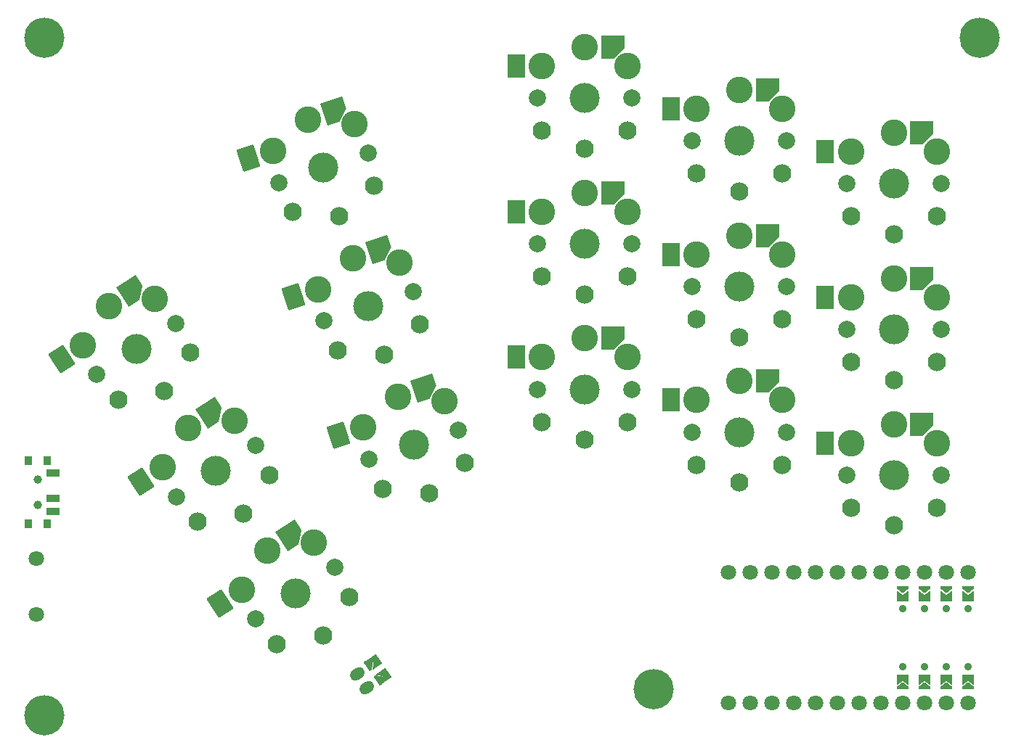
<source format=gbr>
%TF.GenerationSoftware,KiCad,Pcbnew,9.0.6*%
%TF.CreationDate,2025-12-19T17:46:44-08:00*%
%TF.ProjectId,aphelo30,61706865-6c6f-4333-902e-6b696361645f,v1.0.0*%
%TF.SameCoordinates,Original*%
%TF.FileFunction,Soldermask,Top*%
%TF.FilePolarity,Negative*%
%FSLAX46Y46*%
G04 Gerber Fmt 4.6, Leading zero omitted, Abs format (unit mm)*
G04 Created by KiCad (PCBNEW 9.0.6) date 2025-12-19 17:46:44*
%MOMM*%
%LPD*%
G01*
G04 APERTURE LIST*
G04 Aperture macros list*
%AMRoundRect*
0 Rectangle with rounded corners*
0 $1 Rounding radius*
0 $2 $3 $4 $5 $6 $7 $8 $9 X,Y pos of 4 corners*
0 Add a 4 corners polygon primitive as box body*
4,1,4,$2,$3,$4,$5,$6,$7,$8,$9,$2,$3,0*
0 Add four circle primitives for the rounded corners*
1,1,$1+$1,$2,$3*
1,1,$1+$1,$4,$5*
1,1,$1+$1,$6,$7*
1,1,$1+$1,$8,$9*
0 Add four rect primitives between the rounded corners*
20,1,$1+$1,$2,$3,$4,$5,0*
20,1,$1+$1,$4,$5,$6,$7,0*
20,1,$1+$1,$6,$7,$8,$9,0*
20,1,$1+$1,$8,$9,$2,$3,0*%
%AMHorizOval*
0 Thick line with rounded ends*
0 $1 width*
0 $2 $3 position (X,Y) of the first rounded end (center of the circle)*
0 $4 $5 position (X,Y) of the second rounded end (center of the circle)*
0 Add line between two ends*
20,1,$1,$2,$3,$4,$5,0*
0 Add two circle primitives to create the rounded ends*
1,1,$1,$2,$3*
1,1,$1,$4,$5*%
%AMFreePoly0*
4,1,16,0.635355,0.285355,0.650000,0.250000,0.650000,-1.000000,0.635355,-1.035356,0.599999,-1.050000,0.564645,-1.035355,0.000000,-0.470710,-0.564645,-1.035355,-0.600000,-1.050000,-0.635355,-1.035355,-0.650000,-1.000000,-0.650000,0.250000,-0.635355,0.285354,-0.600000,0.300000,0.599999,0.300000,0.635355,0.285355,0.635355,0.285355,$1*%
%AMFreePoly1*
4,1,14,0.035355,0.435355,0.635355,-0.164645,0.650000,-0.200000,0.650000,-0.400000,0.635355,-0.435355,0.600000,-0.450001,-0.600000,-0.450000,-0.635355,-0.435355,-0.650000,-0.400001,-0.650000,-0.200000,-0.635355,-0.164645,-0.035355,0.435355,0.000000,0.449999,0.035355,0.435355,0.035355,0.435355,$1*%
%AMFreePoly2*
4,1,14,1.335354,1.335355,1.350000,1.299999,1.350000,-0.117000,1.335355,-0.152355,0.152355,-1.335355,0.117000,-1.349999,-1.300000,-1.350000,-1.335354,-1.335355,-1.350000,-1.299999,-1.350000,1.300000,-1.335355,1.335354,-1.299999,1.350000,1.300000,1.350000,1.335354,1.335355,1.335354,1.335355,$1*%
%AMFreePoly3*
4,1,16,-0.214645,0.660355,-0.210957,0.656235,0.289043,0.031235,0.299694,-0.005522,0.289043,-0.031235,-0.210957,-0.656235,-0.244478,-0.674694,-0.250000,-0.675000,-0.500000,-0.675000,-0.535355,-0.660355,-0.550000,-0.625000,-0.550000,0.625000,-0.535355,0.660355,-0.500000,0.675000,-0.250000,0.675000,-0.214645,0.660355,-0.214645,0.660355,$1*%
%AMFreePoly4*
4,1,16,0.535355,0.660355,0.550000,0.625000,0.550000,-0.625000,0.535355,-0.660355,0.500000,-0.675000,-0.650000,-0.675000,-0.685355,-0.660355,-0.700000,-0.625000,-0.689043,-0.593765,-0.214031,0.000000,-0.689043,0.593765,-0.699694,0.630522,-0.681235,0.664043,-0.650000,0.675000,0.500000,0.675000,0.535355,0.660355,0.535355,0.660355,$1*%
G04 Aperture macros list end*
%ADD10C,4.700000*%
%ADD11FreePoly0,305.000000*%
%ADD12FreePoly1,305.000000*%
%ADD13HorizOval,1.300000X0.225267X0.157734X-0.225267X-0.157734X0*%
%ADD14C,1.800000*%
%ADD15C,3.500000*%
%ADD16C,2.000000*%
%ADD17C,3.100000*%
%ADD18FreePoly2,33.000000*%
%ADD19RoundRect,0.050000X-0.130640X-1.634911X1.546701X-0.545633X0.130640X1.634911X-1.546701X0.545633X0*%
%ADD20C,2.132000*%
%ADD21RoundRect,0.050000X-1.000000X-1.300000X1.000000X-1.300000X1.000000X1.300000X-1.000000X1.300000X0*%
%ADD22FreePoly2,0.000000*%
%ADD23RoundRect,0.050000X-0.549334X-1.545390X1.352779X-0.927356X0.549334X1.545390X-1.352779X0.927356X0*%
%ADD24FreePoly2,18.000000*%
%ADD25FreePoly3,90.000000*%
%ADD26FreePoly4,90.000000*%
%ADD27FreePoly4,270.000000*%
%ADD28FreePoly3,270.000000*%
%ADD29C,0.900000*%
%ADD30C,1.000000*%
%ADD31RoundRect,0.050000X-0.750000X0.350000X-0.750000X-0.350000X0.750000X-0.350000X0.750000X0.350000X0*%
%ADD32RoundRect,0.050000X-0.400000X0.500000X-0.400000X-0.500000X0.400000X-0.500000X0.400000X0.500000X0*%
G04 APERTURE END LIST*
D10*
%TO.C,MH1*%
X70771796Y-114202529D03*
%TD*%
D11*
%TO.C,JST1*%
X109504952Y-107768186D03*
X110652105Y-109406490D03*
D12*
X108672693Y-108350939D03*
X109819846Y-109989243D03*
D13*
X107198220Y-109383377D03*
X108345372Y-111021681D03*
%TD*%
D14*
%TO.C,RST1*%
X69771796Y-95952529D03*
X69771796Y-102452529D03*
%TD*%
D15*
%TO.C,S1*%
X100000000Y-100000000D03*
D16*
X104612688Y-97004485D03*
X95387312Y-102995515D03*
D17*
X96759398Y-95009910D03*
X93764251Y-99578181D03*
D18*
X99506044Y-93226217D03*
D19*
X91269206Y-101198482D03*
D17*
X102150956Y-94131790D03*
D20*
X103213370Y-104948156D03*
X106262981Y-100463753D03*
X97876275Y-105910143D03*
%TD*%
%TO.C,S8*%
X128771796Y-63002529D03*
X138771796Y-63002529D03*
X133771796Y-65102529D03*
D17*
X138771796Y-55452529D03*
D21*
X125796796Y-55452529D03*
D22*
X137046796Y-53252529D03*
D17*
X128771796Y-55452529D03*
X133771796Y-53252529D03*
D16*
X128271796Y-59202529D03*
X139271796Y-59202529D03*
D15*
X133771796Y-59202529D03*
%TD*%
D20*
%TO.C,S9*%
X128771796Y-46002529D03*
X138771796Y-46002529D03*
X133771796Y-48102529D03*
D17*
X138771796Y-38452529D03*
D21*
X125796796Y-38452529D03*
D22*
X137046796Y-36252529D03*
D17*
X128771796Y-38452529D03*
X133771796Y-36252529D03*
D16*
X128271796Y-42202529D03*
X139271796Y-42202529D03*
D15*
X133771796Y-42202529D03*
%TD*%
D20*
%TO.C,S2*%
X88617411Y-91652743D03*
X97004117Y-86206353D03*
X93954506Y-90690756D03*
D17*
X92892092Y-79874390D03*
D19*
X82010342Y-86941082D03*
D18*
X90247180Y-78968817D03*
D17*
X84505387Y-85320781D03*
X87500534Y-80752510D03*
D16*
X86128448Y-88738115D03*
X95353824Y-82747085D03*
D15*
X90741136Y-85742600D03*
%TD*%
D20*
%TO.C,S3*%
X79358548Y-77395344D03*
X87745254Y-71948954D03*
X84695643Y-76433357D03*
D17*
X83633229Y-65616991D03*
D19*
X72751479Y-72683683D03*
D18*
X80988317Y-64711418D03*
D17*
X75246524Y-71063382D03*
X78241671Y-66495111D03*
D16*
X76869585Y-74480716D03*
X86094961Y-68489686D03*
D15*
X81482273Y-71485201D03*
%TD*%
D20*
%TO.C,S4*%
X110218591Y-87850986D03*
X119729156Y-84760816D03*
X115622809Y-88303119D03*
D17*
X117396078Y-77580339D03*
D23*
X105056120Y-81589835D03*
D24*
X115075668Y-76021069D03*
D17*
X107885513Y-80670509D03*
X111960958Y-77033100D03*
D16*
X108568798Y-84391479D03*
X119030420Y-80992293D03*
D15*
X113799609Y-82691886D03*
%TD*%
D20*
%TO.C,S5*%
X104965302Y-71683025D03*
X114475867Y-68592855D03*
X110369520Y-72135158D03*
D17*
X112142789Y-61412378D03*
D23*
X99802831Y-65421874D03*
D24*
X109822379Y-59853108D03*
D17*
X102632224Y-64502548D03*
X106707669Y-60865139D03*
D16*
X103315509Y-68223518D03*
X113777131Y-64824332D03*
D15*
X108546320Y-66523925D03*
%TD*%
D20*
%TO.C,S6*%
X99712013Y-55515065D03*
X109222578Y-52424895D03*
X105116231Y-55967198D03*
D17*
X106889500Y-45244418D03*
D23*
X94549542Y-49253914D03*
D24*
X104569090Y-43685148D03*
D17*
X97378935Y-48334588D03*
X101454380Y-44697179D03*
D16*
X98062220Y-52055558D03*
X108523842Y-48656372D03*
D15*
X103293031Y-50355965D03*
%TD*%
D20*
%TO.C,S7*%
X128771796Y-80002529D03*
X138771796Y-80002529D03*
X133771796Y-82102529D03*
D17*
X138771796Y-72452529D03*
D21*
X125796796Y-72452529D03*
D22*
X137046796Y-70252529D03*
D17*
X128771796Y-72452529D03*
X133771796Y-70252529D03*
D16*
X128271796Y-76202529D03*
X139271796Y-76202529D03*
D15*
X133771796Y-76202529D03*
%TD*%
D20*
%TO.C,S10*%
X146771796Y-85002529D03*
X156771796Y-85002529D03*
X151771796Y-87102529D03*
D17*
X156771796Y-77452529D03*
D21*
X143796796Y-77452529D03*
D22*
X155046796Y-75252529D03*
D17*
X146771796Y-77452529D03*
X151771796Y-75252529D03*
D16*
X146271796Y-81202529D03*
X157271796Y-81202529D03*
D15*
X151771796Y-81202529D03*
%TD*%
D20*
%TO.C,S11*%
X146771796Y-68002529D03*
X156771796Y-68002529D03*
X151771796Y-70102529D03*
D17*
X156771796Y-60452529D03*
D21*
X143796796Y-60452529D03*
D22*
X155046796Y-58252529D03*
D17*
X146771796Y-60452529D03*
X151771796Y-58252529D03*
D16*
X146271796Y-64202529D03*
X157271796Y-64202529D03*
D15*
X151771796Y-64202529D03*
%TD*%
D20*
%TO.C,S12*%
X146771796Y-51002529D03*
X156771796Y-51002529D03*
X151771796Y-53102529D03*
D17*
X156771796Y-43452529D03*
D21*
X143796796Y-43452529D03*
D22*
X155046796Y-41252529D03*
D17*
X146771796Y-43452529D03*
X151771796Y-41252529D03*
D16*
X146271796Y-47202529D03*
X157271796Y-47202529D03*
D15*
X151771796Y-47202529D03*
%TD*%
D20*
%TO.C,S13*%
X164771796Y-90002529D03*
X174771796Y-90002529D03*
X169771796Y-92102529D03*
D17*
X174771796Y-82452529D03*
D21*
X161796796Y-82452529D03*
D22*
X173046796Y-80252529D03*
D17*
X164771796Y-82452529D03*
X169771796Y-80252529D03*
D16*
X164271796Y-86202529D03*
X175271796Y-86202529D03*
D15*
X169771796Y-86202529D03*
%TD*%
D20*
%TO.C,S14*%
X164771796Y-73002529D03*
X174771796Y-73002529D03*
X169771796Y-75102529D03*
D17*
X174771796Y-65452529D03*
D21*
X161796796Y-65452529D03*
D22*
X173046796Y-63252529D03*
D17*
X164771796Y-65452529D03*
X169771796Y-63252529D03*
D16*
X164271796Y-69202529D03*
X175271796Y-69202529D03*
D15*
X169771796Y-69202529D03*
%TD*%
D20*
%TO.C,S15*%
X164771796Y-56002529D03*
X174771796Y-56002529D03*
X169771796Y-58102529D03*
D17*
X174771796Y-48452529D03*
D21*
X161796796Y-48452529D03*
D22*
X173046796Y-46252529D03*
D17*
X164771796Y-48452529D03*
X169771796Y-46252529D03*
D16*
X164271796Y-52202529D03*
X175271796Y-52202529D03*
D15*
X169771796Y-52202529D03*
%TD*%
D14*
%TO.C,MCU1*%
X150531796Y-112822529D03*
X150531796Y-97582529D03*
X153071796Y-112822529D03*
X153071796Y-97582529D03*
X155611796Y-112822529D03*
X155611796Y-97582529D03*
X158151796Y-112822529D03*
X158151796Y-97582529D03*
X160691796Y-112822529D03*
X160691796Y-97582529D03*
X163231796Y-112822529D03*
X163231796Y-97582529D03*
X165771796Y-112822529D03*
X165771796Y-97582529D03*
X168311796Y-112822529D03*
X168311796Y-97582529D03*
D25*
X170851796Y-110702529D03*
D26*
X170851796Y-109977529D03*
D27*
X170851796Y-100427529D03*
D28*
X170851796Y-99702529D03*
D29*
X170851796Y-108602529D03*
X170851796Y-101802529D03*
D14*
X170851796Y-112822529D03*
X170851796Y-97582529D03*
D25*
X173391796Y-110702529D03*
D26*
X173391796Y-109977529D03*
D27*
X173391796Y-100427529D03*
D28*
X173391796Y-99702529D03*
D29*
X173391796Y-108602529D03*
X173391796Y-101802529D03*
D14*
X173391796Y-112822529D03*
X173391796Y-97582529D03*
D25*
X175931796Y-110702529D03*
D26*
X175931796Y-109977529D03*
D27*
X175931796Y-100427529D03*
D28*
X175931796Y-99702529D03*
D29*
X175931796Y-108602529D03*
X175931796Y-101802529D03*
D14*
X175931796Y-112822529D03*
X175931796Y-97582529D03*
D25*
X178471796Y-110702529D03*
D26*
X178471796Y-109977529D03*
D27*
X178471796Y-100427529D03*
D28*
X178471796Y-99702529D03*
D29*
X178471796Y-108602529D03*
X178471796Y-101802529D03*
D14*
X178471796Y-112822529D03*
X178471796Y-97582529D03*
%TD*%
D30*
%TO.C,PWR1*%
X70000000Y-86702529D03*
X70000000Y-89702529D03*
D31*
X71760000Y-90452529D03*
X71760000Y-88952529D03*
X71760000Y-85952529D03*
D32*
X68900000Y-84552529D03*
X71110000Y-84552529D03*
X71110000Y-91852529D03*
X68900000Y-91852529D03*
%TD*%
D10*
%TO.C,MH3*%
X179771796Y-35202529D03*
%TD*%
%TO.C,MH4*%
X141771796Y-111202529D03*
%TD*%
%TO.C,MH2*%
X70771796Y-35202529D03*
%TD*%
M02*

</source>
